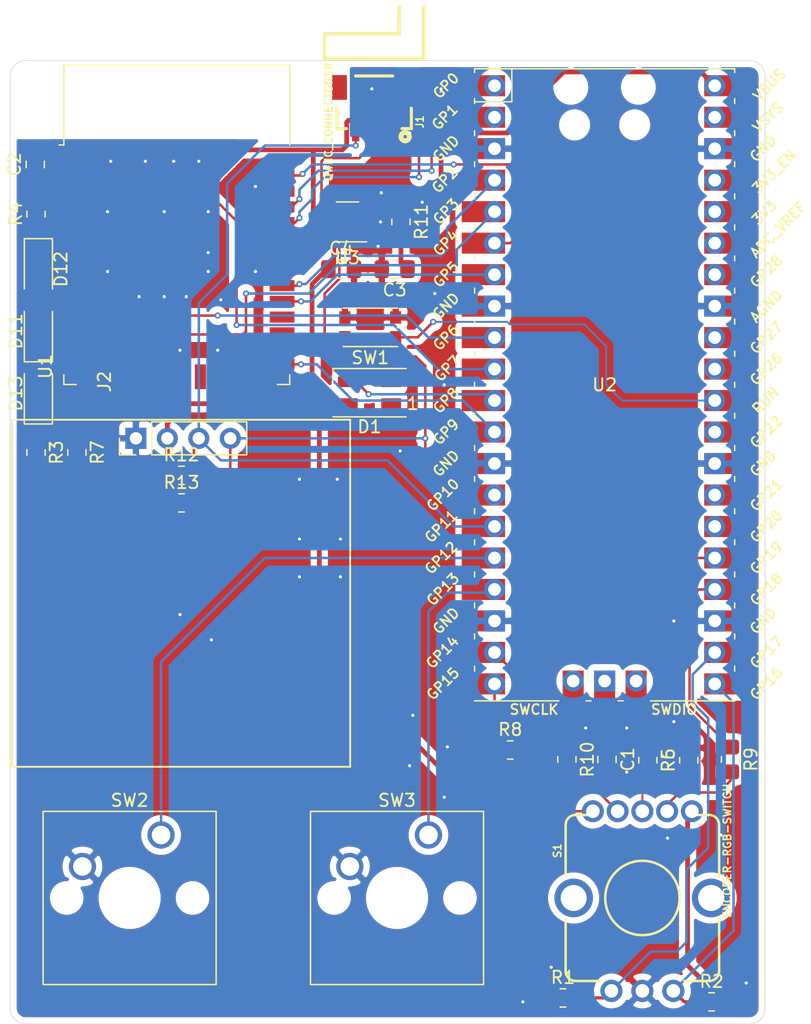
<source format=kicad_pcb>
(kicad_pcb (version 20171130) (host pcbnew "(5.1.10-1-10_14)")
  (layers (0 F.Cu signal) (31 B.Cu signal) (34 B.Paste user) (35 F.Paste user) (36 B.SilkS user) (37 F.SilkS user) (38 B.Mask user) (39 F.Mask user) (44 Edge.Cuts user))
  (net 0 "")
  (net 1 "Net-(U2-Pad29)")
  (net 2 "Net-(U2-Pad31)")
  (net 3 "Net-(U2-Pad32)")
  (net 4 "Net-(U2-Pad34)")
  (net 5 "Net-(U2-Pad35)")
  (net 6 "Net-(U2-Pad36)")
  (net 7 "Net-(U2-Pad37)")
  (net 8 "Net-(U2-Pad39)")
  (net 9 "Net-(U2-Pad41)")
  (net 10 "Net-(U2-Pad42)")
  (net 11 "Net-(U2-Pad43)")
  (net 12 GND)
  (net 13 /ENCODER_SW)
  (net 14 +3V3)
  (net 15 VBUS)
  (net 16 "Net-(D11-Pad1)")
  (net 17 /RED)
  (net 18 /GREEN)
  (net 19 "Net-(D12-Pad1)")
  (net 20 "Net-(D13-Pad1)")
  (net 21 /BLUE)
  (net 22 /SDA)
  (net 23 /SCL)
  (net 24 "Net-(R5-Pad1)")
  (net 25 "Net-(R8-Pad2)")
  (net 26 "Net-(R9-Pad2)")
  (net 27 "Net-(R10-Pad2)")
  (net 28 "Net-(R11-Pad1)")
  (net 29 /RESET)
  (net 30 /ESP_BUSY)
  (net 31 /ESP_MOSI)
  (net 32 /ESP_CS)
  (net 33 /ESP_SCK)
  (net 34 /ESP_MISO)
  (net 35 /BTN_RED)
  (net 36 /BTN_WHITE)
  (net 37 /ESP_RESET)
  (net 38 /NEOPIXEL)
  (net 39 /ENCODER_RED)
  (net 40 /ENCODER_BLUE)
  (net 41 /ENCODER_GREEN)
  (net 42 /ENCODER_A)
  (net 43 /ENCODER_B)
  (net 44 /ESP_GPIO0)
  (net 45 /ESP_RX)
  (net 46 /ESP_TX)
  (net 47 "Net-(U2-Pad26)")
  (net 48 "Net-(U2-Pad27)")
  (module Switches:ENCODER_LED_3 (layer F.Cu) (at 227.076 120.65)
    (fp_text reference S1 (at -6.858 -3.81 90) (layer F.SilkS) (effects (font (size 0.6096 0.6096) (thickness 0.127))))
    (fp_text value ENCODER-RGB-SWITCH (at 6.858 -3.81 90) (layer F.SilkS) (effects (font (size 0.6096 0.6096) (thickness 0.127))))
    (pad 1 thru_hole circle (at -3.99796 -6.9977) (size 1.778 1.778) (drill 1.09982) (layers *.Cu *.Mask) (net 25 "Net-(R8-Pad2)"))
    (pad 2 thru_hole circle (at -1.99898 -6.9977) (size 1.778 1.778) (drill 1.09982) (layers *.Cu *.Mask) (net 27 "Net-(R10-Pad2)"))
    (pad 3 thru_hole circle (at 0 -6.9977) (size 1.778 1.778) (drill 1.09982) (layers *.Cu *.Mask) (net 24 "Net-(R5-Pad1)"))
    (pad 4 thru_hole circle (at 1.99898 -6.9977) (size 1.778 1.778) (drill 1.09982) (layers *.Cu *.Mask) (net 26 "Net-(R9-Pad2)"))
    (pad 5 thru_hole circle (at 3.99796 -6.9977) (size 1.778 1.778) (drill 1.09982) (layers *.Cu *.Mask) (net 14 +3V3))
    (pad A thru_hole circle (at -2.49936 7.49808) (size 1.79832 1.79832) (drill 1.09982) (layers *.Cu *.Mask) (net 42 /ENCODER_A))
    (pad B thru_hole circle (at 2.49936 7.49808) (size 1.79832 1.79832) (drill 1.09982) (layers *.Cu *.Mask) (net 43 /ENCODER_B))
    (pad C thru_hole circle (at 0 7.49808) (size 1.79832 1.79832) (drill 1.09982) (layers *.Cu *.Mask) (net 12 GND))
    (pad M1 thru_hole circle (at -5.5499 0) (size 3.11404 3.11404) (drill 2.09804) (layers *.Cu *.Mask))
    (pad M2 thru_hole circle (at 5.5499 0) (size 3.11404 3.11404) (drill 2.09804) (layers *.Cu *.Mask))
  )
  (module RF_Module:ESP32-WROOM-32 (layer F.Cu) (at 189.484 69.342)
    (fp_text reference U1 (at -10.61 8.43 90) (layer F.SilkS))
    (fp_text value ESP32-WROOM-32D)
    (pad 39 smd rect (at -1 -0.755) (size 5 5) (layers F.Cu F.Paste F.Mask) (net 12 GND))
    (pad 1 smd rect (at -8.5 -8.255) (size 2 0.9) (layers F.Cu F.Paste F.Mask) (net 12 GND))
    (pad 2 smd rect (at -8.5 -6.985) (size 2 0.9) (layers F.Cu F.Paste F.Mask) (net 14 +3V3))
    (pad 3 smd rect (at -8.5 -5.715) (size 2 0.9) (layers F.Cu F.Paste F.Mask) (net 37 /ESP_RESET))
    (pad 4 smd rect (at -8.5 -4.445) (size 2 0.9) (layers F.Cu F.Paste F.Mask))
    (pad 5 smd rect (at -8.5 -3.175) (size 2 0.9) (layers F.Cu F.Paste F.Mask))
    (pad 6 smd rect (at -8.5 -1.905) (size 2 0.9) (layers F.Cu F.Paste F.Mask))
    (pad 7 smd rect (at -8.5 -0.635) (size 2 0.9) (layers F.Cu F.Paste F.Mask))
    (pad 8 smd rect (at -8.5 0.635) (size 2 0.9) (layers F.Cu F.Paste F.Mask))
    (pad 9 smd rect (at -8.5 1.905) (size 2 0.9) (layers F.Cu F.Paste F.Mask) (net 30 /ESP_BUSY))
    (pad 10 smd rect (at -8.5 3.175) (size 2 0.9) (layers F.Cu F.Paste F.Mask) (net 18 /GREEN))
    (pad 11 smd rect (at -8.5 4.445) (size 2 0.9) (layers F.Cu F.Paste F.Mask) (net 17 /RED))
    (pad 12 smd rect (at -8.5 5.715) (size 2 0.9) (layers F.Cu F.Paste F.Mask) (net 21 /BLUE))
    (pad 13 smd rect (at -8.5 6.985) (size 2 0.9) (layers F.Cu F.Paste F.Mask) (net 31 /ESP_MOSI))
    (pad 14 smd rect (at -8.5 8.255) (size 2 0.9) (layers F.Cu F.Paste F.Mask))
    (pad 15 smd rect (at -5.715 9.255 90) (size 2 0.9) (layers F.Cu F.Paste F.Mask) (net 12 GND))
    (pad 16 smd rect (at -4.445 9.255 90) (size 2 0.9) (layers F.Cu F.Paste F.Mask))
    (pad 17 smd rect (at -3.175 9.255 90) (size 2 0.9) (layers F.Cu F.Paste F.Mask))
    (pad 18 smd rect (at -1.905 9.255 90) (size 2 0.9) (layers F.Cu F.Paste F.Mask))
    (pad 19 smd rect (at -0.635 9.255 90) (size 2 0.9) (layers F.Cu F.Paste F.Mask))
    (pad 20 smd rect (at 0.635 9.255 90) (size 2 0.9) (layers F.Cu F.Paste F.Mask))
    (pad 21 smd rect (at 1.905 9.255 90) (size 2 0.9) (layers F.Cu F.Paste F.Mask))
    (pad 22 smd rect (at 3.175 9.255 90) (size 2 0.9) (layers F.Cu F.Paste F.Mask))
    (pad 23 smd rect (at 4.445 9.255 90) (size 2 0.9) (layers F.Cu F.Paste F.Mask))
    (pad 24 smd rect (at 5.715 9.255 90) (size 2 0.9) (layers F.Cu F.Paste F.Mask))
    (pad 25 smd rect (at 8.5 8.255) (size 2 0.9) (layers F.Cu F.Paste F.Mask) (net 44 /ESP_GPIO0))
    (pad 26 smd rect (at 8.5 6.985) (size 2 0.9) (layers F.Cu F.Paste F.Mask))
    (pad 27 smd rect (at 8.5 5.715) (size 2 0.9) (layers F.Cu F.Paste F.Mask))
    (pad 28 smd rect (at 8.5 4.445) (size 2 0.9) (layers F.Cu F.Paste F.Mask))
    (pad 29 smd rect (at 8.5 3.175) (size 2 0.9) (layers F.Cu F.Paste F.Mask) (net 32 /ESP_CS))
    (pad 30 smd rect (at 8.5 1.905) (size 2 0.9) (layers F.Cu F.Paste F.Mask) (net 33 /ESP_SCK))
    (pad 31 smd rect (at 8.5 0.635) (size 2 0.9) (layers F.Cu F.Paste F.Mask))
    (pad 32 smd rect (at 8.5 -0.635) (size 2 0.9) (layers F.Cu F.Paste F.Mask))
    (pad 33 smd rect (at 8.5 -1.905) (size 2 0.9) (layers F.Cu F.Paste F.Mask))
    (pad 34 smd rect (at 8.5 -3.175) (size 2 0.9) (layers F.Cu F.Paste F.Mask) (net 45 /ESP_RX))
    (pad 35 smd rect (at 8.5 -4.445) (size 2 0.9) (layers F.Cu F.Paste F.Mask) (net 46 /ESP_TX))
    (pad 36 smd rect (at 8.5 -5.715) (size 2 0.9) (layers F.Cu F.Paste F.Mask))
    (pad 37 smd rect (at 8.5 -6.985) (size 2 0.9) (layers F.Cu F.Paste F.Mask) (net 34 /ESP_MISO))
    (pad 38 smd rect (at 8.5 -8.255) (size 2 0.9) (layers F.Cu F.Paste F.Mask) (net 12 GND))
  )
  (module MCU_RaspberryPi_and_Boards:RPi_Pico_SMD_TH (layer F.Cu) (at 224.028 79.248)
    (fp_text reference U2 (at 0 0) (layer F.SilkS))
    (fp_text value Pico)
    (fp_text user GP1 (at -12.9 -21.6 45) (layer F.SilkS) (effects (font (size 0.8 0.8))))
    (fp_text user GP2 (at -12.9 -16.51 45) (layer F.SilkS) (effects (font (size 0.8 0.8))))
    (fp_text user GP0 (at -12.8 -24.13 45) (layer F.SilkS) (effects (font (size 0.8 0.8))))
    (fp_text user GP3 (at -12.8 -13.97 45) (layer F.SilkS) (effects (font (size 0.8 0.8))))
    (fp_text user GP4 (at -12.8 -11.43 45) (layer F.SilkS) (effects (font (size 0.8 0.8))))
    (fp_text user GP5 (at -12.8 -8.89 45) (layer F.SilkS) (effects (font (size 0.8 0.8))))
    (fp_text user GP6 (at -12.8 -3.81 45) (layer F.SilkS) (effects (font (size 0.8 0.8))))
    (fp_text user GP7 (at -12.7 -1.3 45) (layer F.SilkS) (effects (font (size 0.8 0.8))))
    (fp_text user GP8 (at -12.8 1.27 45) (layer F.SilkS) (effects (font (size 0.8 0.8))))
    (fp_text user GP9 (at -12.8 3.81 45) (layer F.SilkS) (effects (font (size 0.8 0.8))))
    (fp_text user GP10 (at -13.054 8.89 45) (layer F.SilkS) (effects (font (size 0.8 0.8))))
    (fp_text user GP11 (at -13.2 11.43 45) (layer F.SilkS) (effects (font (size 0.8 0.8))))
    (fp_text user GP12 (at -13.2 13.97 45) (layer F.SilkS) (effects (font (size 0.8 0.8))))
    (fp_text user GP13 (at -13.054 16.51 45) (layer F.SilkS) (effects (font (size 0.8 0.8))))
    (fp_text user GP14 (at -13.1 21.59 45) (layer F.SilkS) (effects (font (size 0.8 0.8))))
    (fp_text user GP15 (at -13.054 24.13 45) (layer F.SilkS) (effects (font (size 0.8 0.8))))
    (fp_text user GP16 (at 13.054 24.13 45) (layer F.SilkS) (effects (font (size 0.8 0.8))))
    (fp_text user GP17 (at 13.054 21.59 45) (layer F.SilkS) (effects (font (size 0.8 0.8))))
    (fp_text user GP18 (at 13.054 16.51 45) (layer F.SilkS) (effects (font (size 0.8 0.8))))
    (fp_text user GP19 (at 13.054 13.97 45) (layer F.SilkS) (effects (font (size 0.8 0.8))))
    (fp_text user GP20 (at 13.054 11.43 45) (layer F.SilkS) (effects (font (size 0.8 0.8))))
    (fp_text user GP21 (at 13.054 8.9 45) (layer F.SilkS) (effects (font (size 0.8 0.8))))
    (fp_text user GP22 (at 13.054 3.81 45) (layer F.SilkS) (effects (font (size 0.8 0.8))))
    (fp_text user RUN (at 13 1.27 45) (layer F.SilkS) (effects (font (size 0.8 0.8))))
    (fp_text user GP26 (at 13.054 -1.27 45) (layer F.SilkS) (effects (font (size 0.8 0.8))))
    (fp_text user GP27 (at 13.054 -3.8 45) (layer F.SilkS) (effects (font (size 0.8 0.8))))
    (fp_text user GP28 (at 13.054 -9.144 45) (layer F.SilkS) (effects (font (size 0.8 0.8))))
    (fp_text user ADC_VREF (at 14 -12.5 45) (layer F.SilkS) (effects (font (size 0.8 0.8))))
    (fp_text user 3V3 (at 12.9 -13.9 45) (layer F.SilkS) (effects (font (size 0.8 0.8))))
    (fp_text user 3V3_EN (at 13.7 -17.2 45) (layer F.SilkS) (effects (font (size 0.8 0.8))))
    (fp_text user VSYS (at 13.2 -21.59 45) (layer F.SilkS) (effects (font (size 0.8 0.8))))
    (fp_text user VBUS (at 13.3 -24.2 45) (layer F.SilkS) (effects (font (size 0.8 0.8))))
    (fp_text user GND (at -12.8 -19.05 45) (layer F.SilkS) (effects (font (size 0.8 0.8))))
    (fp_text user GND (at -12.8 -6.35 45) (layer F.SilkS) (effects (font (size 0.8 0.8))))
    (fp_text user GND (at -12.8 6.35 45) (layer F.SilkS) (effects (font (size 0.8 0.8))))
    (fp_text user GND (at -12.8 19.05 45) (layer F.SilkS) (effects (font (size 0.8 0.8))))
    (fp_text user GND (at 12.8 19.05 45) (layer F.SilkS) (effects (font (size 0.8 0.8))))
    (fp_text user GND (at 12.8 6.35 45) (layer F.SilkS) (effects (font (size 0.8 0.8))))
    (fp_text user GND (at 12.8 -19.05 45) (layer F.SilkS) (effects (font (size 0.8 0.8))))
    (fp_text user AGND (at 13.054 -6.35 45) (layer F.SilkS) (effects (font (size 0.8 0.8))))
    (fp_text user SWCLK (at -5.7 26.2) (layer F.SilkS) (effects (font (size 0.8 0.8))))
    (fp_text user SWDIO (at 5.6 26.2) (layer F.SilkS) (effects (font (size 0.8 0.8))))
    (pad 1 thru_hole oval (at -8.89 -24.13) (size 1.7 1.7) (drill 1.02) (layers *.Cu *.Mask) (net 45 /ESP_RX))
    (pad 2 thru_hole oval (at -8.89 -21.59) (size 1.7 1.7) (drill 1.02) (layers *.Cu *.Mask) (net 46 /ESP_TX))
    (pad 3 thru_hole rect (at -8.89 -19.05) (size 1.7 1.7) (drill 1.02) (layers *.Cu *.Mask) (net 12 GND))
    (pad 4 thru_hole oval (at -8.89 -16.51) (size 1.7 1.7) (drill 1.02) (layers *.Cu *.Mask) (net 33 /ESP_SCK))
    (pad 5 thru_hole oval (at -8.89 -13.97) (size 1.7 1.7) (drill 1.02) (layers *.Cu *.Mask) (net 31 /ESP_MOSI))
    (pad 6 thru_hole oval (at -8.89 -11.43) (size 1.7 1.7) (drill 1.02) (layers *.Cu *.Mask) (net 34 /ESP_MISO))
    (pad 7 thru_hole oval (at -8.89 -8.89) (size 1.7 1.7) (drill 1.02) (layers *.Cu *.Mask) (net 32 /ESP_CS))
    (pad 8 thru_hole rect (at -8.89 -6.35) (size 1.7 1.7) (drill 1.02) (layers *.Cu *.Mask) (net 12 GND))
    (pad 9 thru_hole oval (at -8.89 -3.81) (size 1.7 1.7) (drill 1.02) (layers *.Cu *.Mask) (net 30 /ESP_BUSY))
    (pad 10 thru_hole oval (at -8.89 -1.27) (size 1.7 1.7) (drill 1.02) (layers *.Cu *.Mask) (net 37 /ESP_RESET))
    (pad 11 thru_hole oval (at -8.89 1.27) (size 1.7 1.7) (drill 1.02) (layers *.Cu *.Mask) (net 38 /NEOPIXEL))
    (pad 12 thru_hole oval (at -8.89 3.81) (size 1.7 1.7) (drill 1.02) (layers *.Cu *.Mask) (net 44 /ESP_GPIO0))
    (pad 13 thru_hole rect (at -8.89 6.35) (size 1.7 1.7) (drill 1.02) (layers *.Cu *.Mask) (net 12 GND))
    (pad 14 thru_hole oval (at -8.89 8.89) (size 1.7 1.7) (drill 1.02) (layers *.Cu *.Mask) (net 22 /SDA))
    (pad 15 thru_hole oval (at -8.89 11.43) (size 1.7 1.7) (drill 1.02) (layers *.Cu *.Mask) (net 23 /SCL))
    (pad 16 thru_hole oval (at -8.89 13.97) (size 1.7 1.7) (drill 1.02) (layers *.Cu *.Mask) (net 35 /BTN_RED))
    (pad 17 thru_hole oval (at -8.89 16.51) (size 1.7 1.7) (drill 1.02) (layers *.Cu *.Mask) (net 36 /BTN_WHITE))
    (pad 18 thru_hole rect (at -8.89 19.05) (size 1.7 1.7) (drill 1.02) (layers *.Cu *.Mask) (net 12 GND))
    (pad 19 thru_hole oval (at -8.89 21.59) (size 1.7 1.7) (drill 1.02) (layers *.Cu *.Mask) (net 41 /ENCODER_GREEN))
    (pad 20 thru_hole oval (at -8.89 24.13) (size 1.7 1.7) (drill 1.02) (layers *.Cu *.Mask) (net 39 /ENCODER_RED))
    (pad 21 thru_hole oval (at 8.89 24.13) (size 1.7 1.7) (drill 1.02) (layers *.Cu *.Mask) (net 43 /ENCODER_B))
    (pad 22 thru_hole oval (at 8.89 21.59) (size 1.7 1.7) (drill 1.02) (layers *.Cu *.Mask) (net 42 /ENCODER_A))
    (pad 23 thru_hole rect (at 8.89 19.05) (size 1.7 1.7) (drill 1.02) (layers *.Cu *.Mask) (net 12 GND))
    (pad 24 thru_hole oval (at 8.89 16.51) (size 1.7 1.7) (drill 1.02) (layers *.Cu *.Mask) (net 40 /ENCODER_BLUE))
    (pad 25 thru_hole oval (at 8.89 13.97) (size 1.7 1.7) (drill 1.02) (layers *.Cu *.Mask) (net 13 /ENCODER_SW))
    (pad 26 thru_hole oval (at 8.89 11.43) (size 1.7 1.7) (drill 1.02) (layers *.Cu *.Mask) (net 47 "Net-(U2-Pad26)"))
    (pad 27 thru_hole oval (at 8.89 8.89) (size 1.7 1.7) (drill 1.02) (layers *.Cu *.Mask) (net 48 "Net-(U2-Pad27)"))
    (pad 28 thru_hole rect (at 8.89 6.35) (size 1.7 1.7) (drill 1.02) (layers *.Cu *.Mask) (net 12 GND))
    (pad 29 thru_hole oval (at 8.89 3.81) (size 1.7 1.7) (drill 1.02) (layers *.Cu *.Mask) (net 1 "Net-(U2-Pad29)"))
    (pad 30 thru_hole oval (at 8.89 1.27) (size 1.7 1.7) (drill 1.02) (layers *.Cu *.Mask) (net 29 /RESET))
    (pad 31 thru_hole oval (at 8.89 -1.27) (size 1.7 1.7) (drill 1.02) (layers *.Cu *.Mask) (net 2 "Net-(U2-Pad31)"))
    (pad 32 thru_hole oval (at 8.89 -3.81) (size 1.7 1.7) (drill 1.02) (layers *.Cu *.Mask) (net 3 "Net-(U2-Pad32)"))
    (pad 33 thru_hole rect (at 8.89 -6.35) (size 1.7 1.7) (drill 1.02) (layers *.Cu *.Mask) (net 12 GND))
    (pad 34 thru_hole oval (at 8.89 -8.89) (size 1.7 1.7) (drill 1.02) (layers *.Cu *.Mask) (net 4 "Net-(U2-Pad34)"))
    (pad 35 thru_hole oval (at 8.89 -11.43) (size 1.7 1.7) (drill 1.02) (layers *.Cu *.Mask) (net 5 "Net-(U2-Pad35)"))
    (pad 36 thru_hole oval (at 8.89 -13.97) (size 1.7 1.7) (drill 1.02) (layers *.Cu *.Mask) (net 6 "Net-(U2-Pad36)"))
    (pad 37 thru_hole oval (at 8.89 -16.51) (size 1.7 1.7) (drill 1.02) (layers *.Cu *.Mask) (net 7 "Net-(U2-Pad37)"))
    (pad 38 thru_hole rect (at 8.89 -19.05) (size 1.7 1.7) (drill 1.02) (layers *.Cu *.Mask) (net 12 GND))
    (pad 39 thru_hole oval (at 8.89 -21.59) (size 1.7 1.7) (drill 1.02) (layers *.Cu *.Mask) (net 8 "Net-(U2-Pad39)"))
    (pad 40 thru_hole oval (at 8.89 -24.13) (size 1.7 1.7) (drill 1.02) (layers *.Cu *.Mask) (net 15 VBUS))
    (pad 1 smd rect (at -8.89 -24.13) (size 3.5 1.7) (drill (offset -0.9 0)) (layers F.Cu F.Mask) (net 45 /ESP_RX))
    (pad 2 smd rect (at -8.89 -21.59) (size 3.5 1.7) (drill (offset -0.9 0)) (layers F.Cu F.Mask) (net 46 /ESP_TX))
    (pad 3 smd rect (at -8.89 -19.05) (size 3.5 1.7) (drill (offset -0.9 0)) (layers F.Cu F.Mask) (net 12 GND))
    (pad 4 smd rect (at -8.89 -16.51) (size 3.5 1.7) (drill (offset -0.9 0)) (layers F.Cu F.Mask) (net 33 /ESP_SCK))
    (pad 5 smd rect (at -8.89 -13.97) (size 3.5 1.7) (drill (offset -0.9 0)) (layers F.Cu F.Mask) (net 31 /ESP_MOSI))
    (pad 6 smd rect (at -8.89 -11.43) (size 3.5 1.7) (drill (offset -0.9 0)) (layers F.Cu F.Mask) (net 34 /ESP_MISO))
    (pad 7 smd rect (at -8.89 -8.89) (size 3.5 1.7) (drill (offset -0.9 0)) (layers F.Cu F.Mask) (net 32 /ESP_CS))
    (pad 8 smd rect (at -8.89 -6.35) (size 3.5 1.7) (drill (offset -0.9 0)) (layers F.Cu F.Mask) (net 12 GND))
    (pad 9 smd rect (at -8.89 -3.81) (size 3.5 1.7) (drill (offset -0.9 0)) (layers F.Cu F.Mask) (net 30 /ESP_BUSY))
    (pad 10 smd rect (at -8.89 -1.27) (size 3.5 1.7) (drill (offset -0.9 0)) (layers F.Cu F.Mask) (net 37 /ESP_RESET))
    (pad 11 smd rect (at -8.89 1.27) (size 3.5 1.7) (drill (offset -0.9 0)) (layers F.Cu F.Mask) (net 38 /NEOPIXEL))
    (pad 12 smd rect (at -8.89 3.81) (size 3.5 1.7) (drill (offset -0.9 0)) (layers F.Cu F.Mask) (net 44 /ESP_GPIO0))
    (pad 13 smd rect (at -8.89 6.35) (size 3.5 1.7) (drill (offset -0.9 0)) (layers F.Cu F.Mask) (net 12 GND))
    (pad 14 smd rect (at -8.89 8.89) (size 3.5 1.7) (drill (offset -0.9 0)) (layers F.Cu F.Mask) (net 22 /SDA))
    (pad 15 smd rect (at -8.89 11.43) (size 3.5 1.7) (drill (offset -0.9 0)) (layers F.Cu F.Mask) (net 23 /SCL))
    (pad 16 smd rect (at -8.89 13.97) (size 3.5 1.7) (drill (offset -0.9 0)) (layers F.Cu F.Mask) (net 35 /BTN_RED))
    (pad 17 smd rect (at -8.89 16.51) (size 3.5 1.7) (drill (offset -0.9 0)) (layers F.Cu F.Mask) (net 36 /BTN_WHITE))
    (pad 18 smd rect (at -8.89 19.05) (size 3.5 1.7) (drill (offset -0.9 0)) (layers F.Cu F.Mask) (net 12 GND))
    (pad 19 smd rect (at -8.89 21.59) (size 3.5 1.7) (drill (offset -0.9 0)) (layers F.Cu F.Mask) (net 41 /ENCODER_GREEN))
    (pad 20 smd rect (at -8.89 24.13) (size 3.5 1.7) (drill (offset -0.9 0)) (layers F.Cu F.Mask) (net 39 /ENCODER_RED))
    (pad 40 smd rect (at 8.89 -24.13) (size 3.5 1.7) (drill (offset 0.9 0)) (layers F.Cu F.Mask) (net 15 VBUS))
    (pad 39 smd rect (at 8.89 -21.59) (size 3.5 1.7) (drill (offset 0.9 0)) (layers F.Cu F.Mask) (net 8 "Net-(U2-Pad39)"))
    (pad 38 smd rect (at 8.89 -19.05) (size 3.5 1.7) (drill (offset 0.9 0)) (layers F.Cu F.Mask) (net 12 GND))
    (pad 37 smd rect (at 8.89 -16.51) (size 3.5 1.7) (drill (offset 0.9 0)) (layers F.Cu F.Mask) (net 7 "Net-(U2-Pad37)"))
    (pad 36 smd rect (at 8.89 -13.97) (size 3.5 1.7) (drill (offset 0.9 0)) (layers F.Cu F.Mask) (net 6 "Net-(U2-Pad36)"))
    (pad 35 smd rect (at 8.89 -11.43) (size 3.5 1.7) (drill (offset 0.9 0)) (layers F.Cu F.Mask) (net 5 "Net-(U2-Pad35)"))
    (pad 34 smd rect (at 8.89 -8.89) (size 3.5 1.7) (drill (offset 0.9 0)) (layers F.Cu F.Mask) (net 4 "Net-(U2-Pad34)"))
    (pad 33 smd rect (at 8.89 -6.35) (size 3.5 1.7) (drill (offset 0.9 0)) (layers F.Cu F.Mask) (net 12 GND))
    (pad 32 smd rect (at 8.89 -3.81) (size 3.5 1.7) (drill (offset 0.9 0)) (layers F.Cu F.Mask) (net 3 "Net-(U2-Pad32)"))
    (pad 31 smd rect (at 8.89 -1.27) (size 3.5 1.7) (drill (offset 0.9 0)) (layers F.Cu F.Mask) (net 2 "Net-(U2-Pad31)"))
    (pad 30 smd rect (at 8.89 1.27) (size 3.5 1.7) (drill (offset 0.9 0)) (layers F.Cu F.Mask) (net 29 /RESET))
    (pad 29 smd rect (at 8.89 3.81) (size 3.5 1.7) (drill (offset 0.9 0)) (layers F.Cu F.Mask) (net 1 "Net-(U2-Pad29)"))
    (pad 28 smd rect (at 8.89 6.35) (size 3.5 1.7) (drill (offset 0.9 0)) (layers F.Cu F.Mask) (net 12 GND))
    (pad 27 smd rect (at 8.89 8.89) (size 3.5 1.7) (drill (offset 0.9 0)) (layers F.Cu F.Mask) (net 48 "Net-(U2-Pad27)"))
    (pad 26 smd rect (at 8.89 11.43) (size 3.5 1.7) (drill (offset 0.9 0)) (layers F.Cu F.Mask) (net 47 "Net-(U2-Pad26)"))
    (pad 25 smd rect (at 8.89 13.97) (size 3.5 1.7) (drill (offset 0.9 0)) (layers F.Cu F.Mask) (net 13 /ENCODER_SW))
    (pad 24 smd rect (at 8.89 16.51) (size 3.5 1.7) (drill (offset 0.9 0)) (layers F.Cu F.Mask) (net 40 /ENCODER_BLUE))
    (pad 23 smd rect (at 8.89 19.05) (size 3.5 1.7) (drill (offset 0.9 0)) (layers F.Cu F.Mask) (net 12 GND))
    (pad 22 smd rect (at 8.89 21.59) (size 3.5 1.7) (drill (offset 0.9 0)) (layers F.Cu F.Mask) (net 42 /ENCODER_A))
    (pad 21 smd rect (at 8.89 24.13) (size 3.5 1.7) (drill (offset 0.9 0)) (layers F.Cu F.Mask) (net 43 /ENCODER_B))
    (pad "" np_thru_hole oval (at -2.725 -24) (size 1.8 1.8) (drill 1.8) (layers *.Cu *.Mask))
    (pad "" np_thru_hole oval (at 2.725 -24) (size 1.8 1.8) (drill 1.8) (layers *.Cu *.Mask))
    (pad "" np_thru_hole oval (at -2.425 -20.97) (size 1.5 1.5) (drill 1.5) (layers *.Cu *.Mask))
    (pad "" np_thru_hole oval (at 2.425 -20.97) (size 1.5 1.5) (drill 1.5) (layers *.Cu *.Mask))
    (pad 41 smd rect (at -2.54 23.9 90) (size 3.5 1.7) (drill (offset -0.9 0)) (layers F.Cu F.Mask) (net 9 "Net-(U2-Pad41)"))
    (pad 41 thru_hole oval (at -2.54 23.9) (size 1.7 1.7) (drill 1.02) (layers *.Cu *.Mask) (net 9 "Net-(U2-Pad41)"))
    (pad 42 smd rect (at 0 23.9 90) (size 3.5 1.7) (drill (offset -0.9 0)) (layers F.Cu F.Mask) (net 10 "Net-(U2-Pad42)"))
    (pad 42 thru_hole rect (at 0 23.9) (size 1.7 1.7) (drill 1.02) (layers *.Cu *.Mask) (net 10 "Net-(U2-Pad42)"))
    (pad 43 smd rect (at 2.54 23.9 90) (size 3.5 1.7) (drill (offset -0.9 0)) (layers F.Cu F.Mask) (net 11 "Net-(U2-Pad43)"))
    (pad 43 thru_hole oval (at 2.54 23.9) (size 1.7 1.7) (drill 1.02) (layers *.Cu *.Mask) (net 11 "Net-(U2-Pad43)"))
  )
  (module Capacitor_SMD:C_0805_2012Metric_Pad1.18x1.45mm_HandSolder (layer F.Cu) (at 224.2185 109.474 270)
    (fp_text reference C1 (at 0 -1.68 90) (layer F.SilkS))
    (fp_text value 0.1uF)
    (pad 2 smd roundrect (at 1.0375 0 270) (size 1.175 1.45) (layers F.Cu F.Paste F.Mask) (roundrect_rratio 0.212766) (net 12 GND))
    (pad 1 smd roundrect (at -1.0375 0 270) (size 1.175 1.45) (layers F.Cu F.Paste F.Mask) (roundrect_rratio 0.212766) (net 13 /ENCODER_SW))
  )
  (module Capacitor_SMD:C_0805_2012Metric_Pad1.18x1.45mm_HandSolder (layer F.Cu) (at 178.054 61.468 90)
    (fp_text reference C2 (at 0 -1.68 90) (layer F.SilkS))
    (fp_text value 10uF)
    (pad 1 smd roundrect (at -1.0375 0 90) (size 1.175 1.45) (layers F.Cu F.Paste F.Mask) (roundrect_rratio 0.212766) (net 14 +3V3))
    (pad 2 smd roundrect (at 1.0375 0 90) (size 1.175 1.45) (layers F.Cu F.Paste F.Mask) (roundrect_rratio 0.212766) (net 12 GND))
  )
  (module Capacitor_SMD:C_0805_2012Metric_Pad1.18x1.45mm_HandSolder (layer F.Cu) (at 207.0735 69.9135 180)
    (fp_text reference C3 (at 0 -1.68) (layer F.SilkS))
    (fp_text value 10uF)
    (pad 2 smd roundrect (at 1.0375 0 180) (size 1.175 1.45) (layers F.Cu F.Paste F.Mask) (roundrect_rratio 0.212766) (net 12 GND))
    (pad 1 smd roundrect (at -1.0375 0 180) (size 1.175 1.45) (layers F.Cu F.Paste F.Mask) (roundrect_rratio 0.212766) (net 15 VBUS))
  )
  (module Capacitor_SMD:C_0805_2012Metric_Pad1.18x1.45mm_HandSolder (layer F.Cu) (at 202.7555 69.9135)
    (fp_text reference C4 (at 0 -1.68) (layer F.SilkS))
    (fp_text value 10uF)
    (pad 1 smd roundrect (at -1.0375 0) (size 1.175 1.45) (layers F.Cu F.Paste F.Mask) (roundrect_rratio 0.212766) (net 14 +3V3))
    (pad 2 smd roundrect (at 1.0375 0) (size 1.175 1.45) (layers F.Cu F.Paste F.Mask) (roundrect_rratio 0.212766) (net 12 GND))
  )
  (module LED_SMD:LED_SK6812MINI_PLCC4_3.5x3.5mm_P1.75mm (layer F.Cu) (at 205.0415 79.883 180)
    (fp_text reference D1 (at 0 -2.75) (layer F.SilkS))
    (fp_text value SK6812MINI)
    (fp_text user 1 (at -3.5 -0.875) (layer F.SilkS))
    (pad 1 smd rect (at -1.75 -0.875 180) (size 1.6 0.85) (layers F.Cu F.Paste F.Mask))
    (pad 2 smd rect (at -1.75 0.875 180) (size 1.6 0.85) (layers F.Cu F.Paste F.Mask) (net 12 GND))
    (pad 4 smd rect (at 1.75 -0.875 180) (size 1.6 0.85) (layers F.Cu F.Paste F.Mask) (net 14 +3V3))
    (pad 3 smd rect (at 1.75 0.875 180) (size 1.6 0.85) (layers F.Cu F.Paste F.Mask) (net 38 /NEOPIXEL))
  )
  (module LED_SMD:LED_1206_3216Metric_Pad1.42x1.75mm_HandSolder (layer F.Cu) (at 178.308 74.93 90)
    (fp_text reference D11 (at 0 -1.82 90) (layer F.SilkS))
    (fp_text value RED)
    (pad 1 smd roundrect (at -1.4875 0 90) (size 1.425 1.75) (layers F.Cu F.Paste F.Mask) (roundrect_rratio 0.175439) (net 16 "Net-(D11-Pad1)"))
    (pad 2 smd roundrect (at 1.4875 0 90) (size 1.425 1.75) (layers F.Cu F.Paste F.Mask) (roundrect_rratio 0.175439) (net 17 /RED))
  )
  (module LED_SMD:LED_1206_3216Metric_Pad1.42x1.75mm_HandSolder (layer F.Cu) (at 178.308 69.9135 270)
    (fp_text reference D12 (at 0 -1.82 90) (layer F.SilkS))
    (fp_text value GREEN)
    (pad 2 smd roundrect (at 1.4875 0 270) (size 1.425 1.75) (layers F.Cu F.Paste F.Mask) (roundrect_rratio 0.175439) (net 18 /GREEN))
    (pad 1 smd roundrect (at -1.4875 0 270) (size 1.425 1.75) (layers F.Cu F.Paste F.Mask) (roundrect_rratio 0.175439) (net 19 "Net-(D12-Pad1)"))
  )
  (module LED_SMD:LED_1206_3216Metric_Pad1.42x1.75mm_HandSolder (layer F.Cu) (at 178.308 79.9465 90)
    (fp_text reference D13 (at 0 -1.82 90) (layer F.SilkS))
    (fp_text value BLUE)
    (pad 1 smd roundrect (at -1.4875 0 90) (size 1.425 1.75) (layers F.Cu F.Paste F.Mask) (roundrect_rratio 0.175439) (net 20 "Net-(D13-Pad1)"))
    (pad 2 smd roundrect (at 1.4875 0 90) (size 1.425 1.75) (layers F.Cu F.Paste F.Mask) (roundrect_rratio 0.175439) (net 21 /BLUE))
  )
  (module Connectors_sparkfun:1X04_1MM_RA_STRESSRELIEF (layer F.Cu) (at 205.4225 58.928 180)
    (fp_text reference J1 (at -3.683 0.889 90) (layer F.SilkS) (effects (font (size 0.6096 0.6096) (thickness 0.127))))
    (fp_text value QWIIC_CONNECTORSR (at 3.683 0.889 90) (layer F.SilkS) (effects (font (size 0.6096 0.6096) (thickness 0.127))))
    (pad 1 smd rect (at -1.4986 0 180) (size 0.59944 1.34874) (layers F.Cu F.Paste F.Mask) (net 12 GND))
    (pad 2 smd rect (at -0.49784 0 180) (size 0.59944 1.34874) (layers F.Cu F.Paste F.Mask) (net 14 +3V3))
    (pad 3 smd rect (at 0.49784 0 180) (size 0.59944 1.34874) (layers F.Cu F.Paste F.Mask) (net 22 /SDA))
    (pad 4 smd rect (at 1.4986 0 180) (size 0.59944 1.34874) (layers F.Cu F.Paste F.Mask) (net 23 /SCL))
    (pad NC1 smd rect (at 2.79908 3.67284 180) (size 1.19888 1.99898) (layers F.Cu F.Paste F.Mask))
    (pad NC2 smd rect (at -2.79908 3.67284 180) (size 1.19888 1.99898) (layers F.Cu F.Paste F.Mask))
  )
  (module Resistor_SMD:R_0805_2012Metric_Pad1.20x1.40mm_HandSolder (layer F.Cu) (at 220.6625 128.7145)
    (fp_text reference R1 (at 0 -1.65) (layer F.SilkS))
    (fp_text value 10k)
    (pad 1 smd roundrect (at -1 0) (size 1.2 1.4) (layers F.Cu F.Paste F.Mask) (roundrect_rratio 0.208333) (net 14 +3V3))
    (pad 2 smd roundrect (at 1 0) (size 1.2 1.4) (layers F.Cu F.Paste F.Mask) (roundrect_rratio 0.208333) (net 42 /ENCODER_A))
  )
  (module Resistor_SMD:R_0805_2012Metric_Pad1.20x1.40mm_HandSolder (layer F.Cu) (at 232.664 129.032)
    (fp_text reference R2 (at 0 -1.65) (layer F.SilkS))
    (fp_text value 10k)
    (pad 2 smd roundrect (at 1 0) (size 1.2 1.4) (layers F.Cu F.Paste F.Mask) (roundrect_rratio 0.208333) (net 14 +3V3))
    (pad 1 smd roundrect (at -1 0) (size 1.2 1.4) (layers F.Cu F.Paste F.Mask) (roundrect_rratio 0.208333) (net 43 /ENCODER_B))
  )
  (module Resistor_SMD:R_0805_2012Metric_Pad1.20x1.40mm_HandSolder (layer F.Cu) (at 178.1175 84.709 270)
    (fp_text reference R3 (at 0 -1.65 90) (layer F.SilkS))
    (fp_text value 10k)
    (pad 2 smd roundrect (at 1 0 270) (size 1.2 1.4) (layers F.Cu F.Paste F.Mask) (roundrect_rratio 0.208333) (net 12 GND))
    (pad 1 smd roundrect (at -1 0 270) (size 1.2 1.4) (layers F.Cu F.Paste F.Mask) (roundrect_rratio 0.208333) (net 16 "Net-(D11-Pad1)"))
  )
  (module Resistor_SMD:R_0805_2012Metric_Pad1.20x1.40mm_HandSolder (layer F.Cu) (at 178.1175 65.4685 90)
    (fp_text reference R4 (at 0 -1.65 90) (layer F.SilkS))
    (fp_text value 10k)
    (pad 1 smd roundrect (at -1 0 90) (size 1.2 1.4) (layers F.Cu F.Paste F.Mask) (roundrect_rratio 0.208333) (net 19 "Net-(D12-Pad1)"))
    (pad 2 smd roundrect (at 1 0 90) (size 1.2 1.4) (layers F.Cu F.Paste F.Mask) (roundrect_rratio 0.208333) (net 12 GND))
  )
  (module Resistor_SMD:R_0805_2012Metric_Pad1.20x1.40mm_HandSolder (layer F.Cu) (at 230.8225 109.5375 90)
    (fp_text reference R5 (at 0 -1.65 90) (layer F.SilkS))
    (fp_text value 10k)
    (pad 1 smd roundrect (at -1 0 90) (size 1.2 1.4) (layers F.Cu F.Paste F.Mask) (roundrect_rratio 0.208333) (net 24 "Net-(R5-Pad1)"))
    (pad 2 smd roundrect (at 1 0 90) (size 1.2 1.4) (layers F.Cu F.Paste F.Mask) (roundrect_rratio 0.208333) (net 12 GND))
  )
  (module Resistor_SMD:R_0805_2012Metric_Pad1.20x1.40mm_HandSolder (layer F.Cu) (at 227.5205 109.5375 270)
    (fp_text reference R6 (at 0 -1.65 90) (layer F.SilkS))
    (fp_text value 1k)
    (pad 2 smd roundrect (at 1 0 270) (size 1.2 1.4) (layers F.Cu F.Paste F.Mask) (roundrect_rratio 0.208333) (net 24 "Net-(R5-Pad1)"))
    (pad 1 smd roundrect (at -1 0 270) (size 1.2 1.4) (layers F.Cu F.Paste F.Mask) (roundrect_rratio 0.208333) (net 13 /ENCODER_SW))
  )
  (module Resistor_SMD:R_0805_2012Metric_Pad1.20x1.40mm_HandSolder (layer F.Cu) (at 181.4195 84.709 270)
    (fp_text reference R7 (at 0 -1.65 90) (layer F.SilkS))
    (fp_text value 10k)
    (pad 2 smd roundrect (at 1 0 270) (size 1.2 1.4) (layers F.Cu F.Paste F.Mask) (roundrect_rratio 0.208333) (net 12 GND))
    (pad 1 smd roundrect (at -1 0 270) (size 1.2 1.4) (layers F.Cu F.Paste F.Mask) (roundrect_rratio 0.208333) (net 20 "Net-(D13-Pad1)"))
  )
  (module Resistor_SMD:R_0805_2012Metric_Pad1.20x1.40mm_HandSolder (layer F.Cu) (at 216.408 108.712)
    (fp_text reference R8 (at 0 -1.65) (layer F.SilkS))
    (fp_text value 330)
    (pad 1 smd roundrect (at -1 0) (size 1.2 1.4) (layers F.Cu F.Paste F.Mask) (roundrect_rratio 0.208333) (net 39 /ENCODER_RED))
    (pad 2 smd roundrect (at 1 0) (size 1.2 1.4) (layers F.Cu F.Paste F.Mask) (roundrect_rratio 0.208333) (net 25 "Net-(R8-Pad2)"))
  )
  (module Resistor_SMD:R_0805_2012Metric_Pad1.20x1.40mm_HandSolder (layer F.Cu) (at 234.188 109.474 270)
    (fp_text reference R9 (at 0 -1.65 90) (layer F.SilkS))
    (fp_text value 330)
    (pad 1 smd roundrect (at -1 0 270) (size 1.2 1.4) (layers F.Cu F.Paste F.Mask) (roundrect_rratio 0.208333) (net 40 /ENCODER_BLUE))
    (pad 2 smd roundrect (at 1 0 270) (size 1.2 1.4) (layers F.Cu F.Paste F.Mask) (roundrect_rratio 0.208333) (net 26 "Net-(R9-Pad2)"))
  )
  (module Resistor_SMD:R_0805_2012Metric_Pad1.20x1.40mm_HandSolder (layer F.Cu) (at 220.98 109.474 270)
    (fp_text reference R10 (at 0 -1.65 90) (layer F.SilkS))
    (fp_text value 330)
    (pad 2 smd roundrect (at 1 0 270) (size 1.2 1.4) (layers F.Cu F.Paste F.Mask) (roundrect_rratio 0.208333) (net 27 "Net-(R10-Pad2)"))
    (pad 1 smd roundrect (at -1 0 270) (size 1.2 1.4) (layers F.Cu F.Paste F.Mask) (roundrect_rratio 0.208333) (net 41 /ENCODER_GREEN))
  )
  (module Resistor_SMD:R_0805_2012Metric_Pad1.20x1.40mm_HandSolder (layer F.Cu) (at 207.5815 66.1035 270)
    (fp_text reference R11 (at 0 -1.65 90) (layer F.SilkS))
    (fp_text value 10k)
    (pad 2 smd roundrect (at 1 0 270) (size 1.2 1.4) (layers F.Cu F.Paste F.Mask) (roundrect_rratio 0.208333) (net 15 VBUS))
    (pad 1 smd roundrect (at -1 0 270) (size 1.2 1.4) (layers F.Cu F.Paste F.Mask) (roundrect_rratio 0.208333) (net 28 "Net-(R11-Pad1)"))
  )
  (module Resistor_SMD:R_0805_2012Metric_Pad1.20x1.40mm_HandSolder (layer F.Cu) (at 189.865 86.5505)
    (fp_text reference R12 (at 0 -1.65) (layer F.SilkS))
    (fp_text value 10k)
    (pad 1 smd roundrect (at -1 0) (size 1.2 1.4) (layers F.Cu F.Paste F.Mask) (roundrect_rratio 0.208333) (net 14 +3V3))
    (pad 2 smd roundrect (at 1 0) (size 1.2 1.4) (layers F.Cu F.Paste F.Mask) (roundrect_rratio 0.208333) (net 23 /SCL))
  )
  (module Resistor_SMD:R_0805_2012Metric_Pad1.20x1.40mm_HandSolder (layer F.Cu) (at 189.865 88.773)
    (fp_text reference R13 (at 0 -1.65) (layer F.SilkS))
    (fp_text value 10k)
    (pad 1 smd roundrect (at -1 0) (size 1.2 1.4) (layers F.Cu F.Paste F.Mask) (roundrect_rratio 0.208333) (net 14 +3V3))
    (pad 2 smd roundrect (at 1 0) (size 1.2 1.4) (layers F.Cu F.Paste F.Mask) (roundrect_rratio 0.208333) (net 22 /SDA))
  )
  (module Button_Switch_SMD:SW_Push_1P1T_NO_CK_KMR2 (layer F.Cu) (at 205.105 74.6125 180)
    (fp_text reference SW1 (at 0 -2.45) (layer F.SilkS))
    (fp_text value SW_Push_reset)
    (pad 1 smd rect (at -2.05 -0.8 180) (size 0.9 1) (layers F.Cu F.Paste F.Mask) (net 29 /RESET))
    (pad 2 smd rect (at -2.05 0.8 180) (size 0.9 1) (layers F.Cu F.Paste F.Mask) (net 12 GND))
    (pad 1 smd rect (at 2.05 -0.8 180) (size 0.9 1) (layers F.Cu F.Paste F.Mask) (net 29 /RESET))
    (pad 2 smd rect (at 2.05 0.8 180) (size 0.9 1) (layers F.Cu F.Paste F.Mask) (net 12 GND))
  )
  (module Button_Switch_Keyboard:SW_Cherry_MX_1.00u_PCB (layer F.Cu) (at 188.214 115.57)
    (fp_text reference SW2 (at -2.54 -2.794) (layer F.SilkS))
    (fp_text value SW_Push_red)
    (pad "" np_thru_hole circle (at 2.54 5.08) (size 1.7 1.7) (drill 1.7) (layers *.Cu *.Mask))
    (pad "" np_thru_hole circle (at -7.62 5.08) (size 1.7 1.7) (drill 1.7) (layers *.Cu *.Mask))
    (pad "" np_thru_hole circle (at -2.54 5.08) (size 4 4) (drill 4) (layers *.Cu *.Mask))
    (pad 2 thru_hole circle (at -6.35 2.54) (size 2.2 2.2) (drill 1.5) (layers *.Cu *.Mask) (net 12 GND))
    (pad 1 thru_hole circle (at 0 0) (size 2.2 2.2) (drill 1.5) (layers *.Cu *.Mask) (net 35 /BTN_RED))
  )
  (module Button_Switch_Keyboard:SW_Cherry_MX_1.00u_PCB (layer F.Cu) (at 209.804 115.57)
    (fp_text reference SW3 (at -2.54 -2.794) (layer F.SilkS))
    (fp_text value SW_Push_white)
    (pad 1 thru_hole circle (at 0 0) (size 2.2 2.2) (drill 1.5) (layers *.Cu *.Mask) (net 36 /BTN_WHITE))
    (pad 2 thru_hole circle (at -6.35 2.54) (size 2.2 2.2) (drill 1.5) (layers *.Cu *.Mask) (net 12 GND))
    (pad "" np_thru_hole circle (at -2.54 5.08) (size 4 4) (drill 4) (layers *.Cu *.Mask))
    (pad "" np_thru_hole circle (at -7.62 5.08) (size 1.7 1.7) (drill 1.7) (layers *.Cu *.Mask))
    (pad "" np_thru_hole circle (at 2.54 5.08) (size 1.7 1.7) (drill 1.7) (layers *.Cu *.Mask))
  )
  (module Package_TO_SOT_SMD:SOT-23-5 (layer F.Cu) (at 203.2635 66.1035 180)
    (fp_text reference U3 (at 0 -2.9) (layer F.SilkS))
    (fp_text value AP2112K-3.3)
    (pad 1 smd rect (at -1.1 -0.95 180) (size 1.06 0.65) (layers F.Cu F.Paste F.Mask) (net 15 VBUS))
    (pad 2 smd rect (at -1.1 0 180) (size 1.06 0.65) (layers F.Cu F.Paste F.Mask) (net 12 GND))
    (pad 3 smd rect (at -1.1 0.95 180) (size 1.06 0.65) (layers F.Cu F.Paste F.Mask) (net 28 "Net-(R11-Pad1)"))
    (pad 4 smd rect (at 1.1 0.95 180) (size 1.06 0.65) (layers F.Cu F.Paste F.Mask))
    (pad 5 smd rect (at 1.1 -0.95 180) (size 1.06 0.65) (layers F.Cu F.Paste F.Mask) (net 14 +3V3))
  )
  (module Libraries_aerialist:OLED_0.96inch_PinHeader_1x04_P2.54mm_Vertical (layer F.Cu) (at 186.182 83.566 90)
    (fp_text reference J2 (at 4.572 -2.54 90) (layer F.SilkS))
    (fp_text value DISP_I2C_Conn_01x04_Female)
    (pad 1 thru_hole rect (at 0 0 90) (size 1.7 1.7) (drill 1) (layers *.Cu *.Mask) (net 12 GND))
    (pad 2 thru_hole oval (at 0 2.54 90) (size 1.7 1.7) (drill 1) (layers *.Cu *.Mask) (net 14 +3V3))
    (pad 3 thru_hole oval (at 0 5.08 90) (size 1.7 1.7) (drill 1) (layers *.Cu *.Mask) (net 23 /SCL))
    (pad 4 thru_hole oval (at 0 7.62 90) (size 1.7 1.7) (drill 1) (layers *.Cu *.Mask) (net 22 /SDA))
  )
  (gr_arc (start 235.712 54.356) (end 236.982 54.356) (angle -90) (layer Edge.Cuts) (width 0.05))
  (gr_arc (start 177.292 54.356) (end 177.292 53.086) (angle -90) (layer Edge.Cuts) (width 0.05))
  (gr_arc (start 177.292 129.54) (end 176.022 129.54) (angle -90) (layer Edge.Cuts) (width 0.05))
  (gr_arc (start 235.712 129.54) (end 235.712 130.81) (angle -90) (layer Edge.Cuts) (width 0.05))
  (gr_line (start 176.022 54.356) (end 176.022 129.54) (layer Edge.Cuts) (width 0.05))
  (gr_line (start 235.712 53.086) (end 177.292 53.086) (layer Edge.Cuts) (width 0.05))
  (gr_line (start 235.712 130.81) (end 234.95 130.81) (layer Edge.Cuts) (width 0.05))
  (gr_line (start 236.982 54.356) (end 236.982 129.54) (layer Edge.Cuts) (width 0.05))
  (gr_line (start 234.95 130.81) (end 177.292 130.81) (layer Edge.Cuts) (width 0.05))
  (segment (start 197.984 61.087) (end 196.469 61.087) (width 0.381) (layer F.Cu) (net 12))
  (segment (start 196.469 61.087) (end 196.088 61.468) (width 0.381) (layer F.Cu) (net 12))
  (segment (start 204.3635 66.1035) (end 205.9305 66.1035) (width 0.381) (layer F.Cu) (net 12))
  (segment (start 205.9305 66.1035) (end 208.9785 66.1035) (width 0.381) (layer F.Cu) (net 12))
  (via (at 205.9305 66.1035) (size 0.5) (drill 0.254) (layers F.Cu B.Cu) (net 12))
  (via (at 184.15 61.214) (size 0.5) (drill 0.254) (layers F.Cu B.Cu) (net 12))
  (via (at 186.944 61.214) (size 0.5) (drill 0.254) (layers F.Cu B.Cu) (net 12))
  (via (at 189.23 61.214) (size 0.5) (drill 0.254) (layers F.Cu B.Cu) (net 12))
  (via (at 191.262 61.214) (size 0.5) (drill 0.254) (layers F.Cu B.Cu) (net 12))
  (via (at 195.834 63.246) (size 0.5) (drill 0.254) (layers F.Cu B.Cu) (net 12))
  (via (at 195.834 70.104) (size 0.5) (drill 0.254) (layers F.Cu B.Cu) (net 12))
  (via (at 192.024 65.278) (size 0.5) (drill 0.254) (layers F.Cu B.Cu) (net 12))
  (via (at 183.896 65.278) (size 0.5) (drill 0.254) (layers F.Cu B.Cu) (net 12))
  (via (at 183.896 70.104) (size 0.5) (drill 0.254) (layers F.Cu B.Cu) (net 12))
  (via (at 188.468 65.278) (size 0.5) (drill 0.254) (layers F.Cu B.Cu) (net 12))
  (via (at 188.468 72.136) (size 0.5) (drill 0.254) (layers F.Cu B.Cu) (net 12))
  (via (at 186.436 72.136) (size 0.5) (drill 0.254) (layers F.Cu B.Cu) (net 12))
  (via (at 192.024 68.58) (size 0.5) (drill 0.254) (layers F.Cu B.Cu) (net 12))
  (via (at 190.246 72.136) (size 0.5) (drill 0.254) (layers F.Cu B.Cu) (net 12))
  (via (at 192.024 70.104) (size 0.5) (drill 0.254) (layers F.Cu B.Cu) (net 12))
  (via (at 193.04 72.39) (size 0.5) (drill 0.254) (layers F.Cu B.Cu) (net 12))
  (segment (start 178.054 60.4305) (end 179.0485 60.4305) (width 0.381) (layer F.Cu) (net 12))
  (segment (start 179.705 61.087) (end 180.984 61.087) (width 0.381) (layer F.Cu) (net 12))
  (segment (start 179.0485 60.4305) (end 179.705 61.087) (width 0.381) (layer F.Cu) (net 12))
  (via (at 235.458 127.508) (size 0.5) (drill 0.254) (layers F.Cu B.Cu) (net 12))
  (via (at 217.424 129.032) (size 0.5) (drill 0.254) (layers F.Cu B.Cu) (net 12))
  (via (at 219.71 126.238) (size 0.5) (drill 0.254) (layers F.Cu B.Cu) (net 12))
  (via (at 233.426 115.57) (size 0.5) (drill 0.254) (layers F.Cu B.Cu) (net 12))
  (via (at 229.108 115.824) (size 0.5) (drill 0.254) (layers F.Cu B.Cu) (net 12))
  (via (at 229.616 98.298) (size 0.5) (drill 0.254) (layers F.Cu B.Cu) (net 12))
  (via (at 229.616 106.426) (size 0.5) (drill 0.254) (layers F.Cu B.Cu) (net 12))
  (via (at 225.806 110.49) (size 0.5) (drill 0.254) (layers F.Cu B.Cu) (net 12))
  (via (at 222.504 106.934) (size 0.5) (drill 0.254) (layers F.Cu B.Cu) (net 12))
  (via (at 225.806 106.934) (size 0.5) (drill 0.254) (layers F.Cu B.Cu) (net 12))
  (via (at 199.39 86.868) (size 0.5) (drill 0.254) (layers F.Cu B.Cu) (net 12))
  (via (at 202.438 86.868) (size 0.5) (drill 0.254) (layers F.Cu B.Cu) (net 12))
  (via (at 192.786 76.454) (size 0.5) (drill 0.254) (layers F.Cu B.Cu) (net 12))
  (via (at 189.738 76.454) (size 0.5) (drill 0.254) (layers F.Cu B.Cu) (net 12))
  (via (at 211.074 79.248) (size 0.5) (drill 0.254) (layers F.Cu B.Cu) (net 12))
  (via (at 211.328 108.458) (size 0.5) (drill 0.254) (layers F.Cu B.Cu) (net 12))
  (via (at 208.28 109.982) (size 0.5) (drill 0.254) (layers F.Cu B.Cu) (net 12))
  (via (at 208.534 105.918) (size 0.5) (drill 0.254) (layers F.Cu B.Cu) (net 12))
  (via (at 211.074 112.522) (size 0.5) (drill 0.254) (layers F.Cu B.Cu) (net 12))
  (via (at 192.278 99.822) (size 0.5) (drill 0.254) (layers F.Cu B.Cu) (net 12))
  (via (at 189.738 97.79) (size 0.5) (drill 0.254) (layers F.Cu B.Cu) (net 12))
  (via (at 199.39 94.742) (size 0.5) (drill 0.254) (layers F.Cu B.Cu) (net 12))
  (via (at 202.692 94.742) (size 0.5) (drill 0.254) (layers F.Cu B.Cu) (net 12))
  (via (at 202.692 91.694) (size 0.5) (drill 0.254) (layers F.Cu B.Cu) (net 12))
  (via (at 199.39 91.694) (size 0.5) (drill 0.254) (layers F.Cu B.Cu) (net 12))
  (via (at 207.518 84.582) (size 0.5) (drill 0.254) (layers F.Cu B.Cu) (net 12))
  (via (at 210.82 55.372) (size 0.5) (drill 0.254) (layers F.Cu B.Cu) (net 12))
  (via (at 205.232 55.372) (size 0.5) (drill 0.254) (layers F.Cu B.Cu) (net 12))
  (via (at 208.28 58.928) (size 0.5) (drill 0.254) (layers F.Cu B.Cu) (net 12))
  (via (at 209.296 64.516) (size 0.5) (drill 0.254) (layers F.Cu B.Cu) (net 12))
  (via (at 205.994 63.754) (size 0.5) (drill 0.254) (layers F.Cu B.Cu) (net 12))
  (via (at 205.74 68.072) (size 0.5) (drill 0.254) (layers F.Cu B.Cu) (net 12))
  (via (at 210.312 71.882) (size 0.5) (drill 0.254) (layers F.Cu B.Cu) (net 12))
  (segment (start 224.3195 108.5375) (end 224.2185 108.4365) (width 0.1524) (layer F.Cu) (net 13))
  (segment (start 227.5205 108.5375) (end 224.3195 108.5375) (width 0.1524) (layer F.Cu) (net 13))
  (segment (start 227.5205 108.5375) (end 227.5205 106.4895) (width 0.2032) (layer F.Cu) (net 13))
  (segment (start 227.5205 106.4895) (end 228.092 105.918) (width 0.2032) (layer F.Cu) (net 13))
  (segment (start 228.092 105.918) (end 228.092 93.726) (width 0.2032) (layer F.Cu) (net 13))
  (segment (start 228.6 93.218) (end 232.918 93.218) (width 0.2032) (layer F.Cu) (net 13))
  (segment (start 228.092 93.726) (end 228.6 93.218) (width 0.2032) (layer F.Cu) (net 13))
  (segment (start 178.2025 62.357) (end 178.054 62.5055) (width 0.508) (layer F.Cu) (net 14))
  (segment (start 180.984 62.357) (end 178.2025 62.357) (width 0.508) (layer F.Cu) (net 14))
  (segment (start 202.1635 69.468) (end 201.718 69.9135) (width 0.381) (layer F.Cu) (net 14))
  (segment (start 202.1635 67.0535) (end 202.1635 69.468) (width 0.381) (layer F.Cu) (net 14))
  (segment (start 188.722 86.4075) (end 188.865 86.5505) (width 0.381) (layer F.Cu) (net 14))
  (segment (start 188.722 83.566) (end 188.722 86.4075) (width 0.381) (layer F.Cu) (net 14))
  (segment (start 188.865 88.773) (end 188.865 86.5505) (width 0.381) (layer F.Cu) (net 14))
  (segment (start 202.297 80.758) (end 203.2915 80.758) (width 0.381) (layer F.Cu) (net 14))
  (segment (start 232.62109 130.07491) (end 233.664 129.032) (width 0.381) (layer F.Cu) (net 14))
  (segment (start 221.02291 130.07491) (end 232.62109 130.07491) (width 0.381) (layer F.Cu) (net 14))
  (segment (start 219.6625 128.7145) (end 221.02291 130.07491) (width 0.381) (layer F.Cu) (net 14))
  (segment (start 230.725979 114.000281) (end 231.07396 113.6523) (width 0.381) (layer F.Cu) (net 14))
  (segment (start 230.725979 126.093979) (end 230.725979 114.000281) (width 0.381) (layer F.Cu) (net 14))
  (segment (start 233.664 129.032) (end 230.725979 126.093979) (width 0.381) (layer F.Cu) (net 14))
  (segment (start 205.498701 57.910729) (end 203.349859 57.910729) (width 0.381) (layer F.Cu) (net 14))
  (segment (start 203.349859 57.910729) (end 203.2 58.060588) (width 0.381) (layer F.Cu) (net 14))
  (segment (start 205.92034 58.332368) (end 205.498701 57.910729) (width 0.381) (layer F.Cu) (net 14))
  (segment (start 205.92034 58.928) (end 205.92034 58.332368) (width 0.381) (layer F.Cu) (net 14))
  (segment (start 203.2 58.060588) (end 203.2 59.944) (width 0.381) (layer F.Cu) (net 14))
  (segment (start 203.2 59.944) (end 202.849901 60.294099) (width 0.381) (layer F.Cu) (net 14))
  (segment (start 194.564 60.294099) (end 192.501099 62.357) (width 0.381) (layer F.Cu) (net 14))
  (segment (start 199.258321 60.294099) (end 195.834 60.294099) (width 0.381) (layer F.Cu) (net 14))
  (segment (start 180.984 62.357) (end 192.501099 62.357) (width 0.381) (layer F.Cu) (net 14))
  (segment (start 194.564 60.294099) (end 195.834 60.294099) (width 0.381) (layer F.Cu) (net 14))
  (segment (start 201.718 69.9135) (end 201.6125 69.9135) (width 0.381) (layer F.Cu) (net 14))
  (segment (start 201.6125 69.9135) (end 200.406 71.12) (width 0.381) (layer F.Cu) (net 14))
  (segment (start 200.406 78.867) (end 202.297 80.758) (width 0.381) (layer F.Cu) (net 14))
  (segment (start 200.406 71.12) (end 200.406 78.867) (width 0.381) (layer F.Cu) (net 14))
  (segment (start 200.502099 60.294099) (end 199.258321 60.294099) (width 0.381) (layer F.Cu) (net 14))
  (segment (start 202.849901 60.294099) (end 200.502099 60.294099) (width 0.381) (layer F.Cu) (net 14))
  (segment (start 202.283 80.772) (end 202.297 80.758) (width 0.381) (layer F.Cu) (net 14))
  (segment (start 188.722 82.3595) (end 190.3095 80.772) (width 0.381) (layer F.Cu) (net 14))
  (segment (start 188.722 83.566) (end 188.722 82.3595) (width 0.381) (layer F.Cu) (net 14))
  (segment (start 200.991099 80.948901) (end 201.168 80.772) (width 0.381) (layer F.Cu) (net 14))
  (segment (start 200.991099 100.407099) (end 200.991099 80.948901) (width 0.381) (layer F.Cu) (net 14))
  (segment (start 201.168 80.772) (end 202.283 80.772) (width 0.381) (layer F.Cu) (net 14))
  (segment (start 217.424 116.84) (end 200.991099 100.407099) (width 0.381) (layer F.Cu) (net 14))
  (segment (start 190.3095 80.772) (end 201.168 80.772) (width 0.381) (layer F.Cu) (net 14))
  (segment (start 217.424 126.476) (end 217.424 116.84) (width 0.381) (layer F.Cu) (net 14))
  (segment (start 219.6625 128.7145) (end 217.424 126.476) (width 0.381) (layer F.Cu) (net 14))
  (segment (start 201.4195 67.0535) (end 202.1635 67.0535) (width 0.381) (layer F.Cu) (net 14))
  (segment (start 200.502099 66.136099) (end 201.4195 67.0535) (width 0.381) (layer F.Cu) (net 14))
  (segment (start 200.502099 60.294099) (end 200.502099 66.136099) (width 0.381) (layer F.Cu) (net 14))
  (segment (start 207.5815 69.384) (end 208.111 69.9135) (width 0.381) (layer F.Cu) (net 15))
  (segment (start 207.5815 67.1035) (end 207.5815 69.384) (width 0.381) (layer F.Cu) (net 15))
  (segment (start 207.5315 67.0535) (end 207.5815 67.1035) (width 0.381) (layer F.Cu) (net 15))
  (segment (start 204.3635 67.0535) (end 207.5315 67.0535) (width 0.381) (layer F.Cu) (net 15))
  (segment (start 231.805099 54.005099) (end 232.918 55.118) (width 0.381) (layer F.Cu) (net 15))
  (segment (start 218.2495 56.863722) (end 218.2495 56.462006) (width 0.381) (layer F.Cu) (net 15))
  (segment (start 212.290778 58.928) (end 216.185222 58.928) (width 0.381) (layer F.Cu) (net 15))
  (segment (start 216.185222 58.928) (end 218.2495 56.863722) (width 0.381) (layer F.Cu) (net 15))
  (segment (start 210.82 60.398778) (end 212.290778 58.928) (width 0.381) (layer F.Cu) (net 15))
  (segment (start 220.706407 54.005099) (end 231.805099 54.005099) (width 0.381) (layer F.Cu) (net 15))
  (segment (start 210.82 66.04) (end 210.82 60.398778) (width 0.381) (layer F.Cu) (net 15))
  (segment (start 209.7565 67.1035) (end 210.82 66.04) (width 0.381) (layer F.Cu) (net 15))
  (segment (start 218.2495 56.462006) (end 220.706407 54.005099) (width 0.381) (layer F.Cu) (net 15))
  (segment (start 207.5815 67.1035) (end 209.7565 67.1035) (width 0.381) (layer F.Cu) (net 15))
  (segment (start 177.15359 82.74509) (end 178.1175 83.709) (width 0.254) (layer F.Cu) (net 16))
  (segment (start 177.15359 77.57191) (end 177.15359 82.74509) (width 0.254) (layer F.Cu) (net 16))
  (segment (start 178.308 76.4175) (end 177.15359 77.57191) (width 0.254) (layer F.Cu) (net 16))
  (segment (start 178.6525 73.787) (end 178.308 73.4425) (width 0.254) (layer F.Cu) (net 17))
  (segment (start 180.984 73.787) (end 178.6525 73.787) (width 0.254) (layer F.Cu) (net 17))
  (segment (start 179.424 72.517) (end 178.308 71.401) (width 0.254) (layer F.Cu) (net 18))
  (segment (start 180.984 72.517) (end 179.424 72.517) (width 0.254) (layer F.Cu) (net 18))
  (segment (start 178.308 66.659) (end 178.1175 66.4685) (width 0.254) (layer F.Cu) (net 19))
  (segment (start 178.308 68.426) (end 178.308 66.659) (width 0.254) (layer F.Cu) (net 19))
  (segment (start 179.1445 81.434) (end 181.4195 83.709) (width 0.254) (layer F.Cu) (net 20))
  (segment (start 178.308 81.434) (end 179.1445 81.434) (width 0.254) (layer F.Cu) (net 20))
  (segment (start 179.46241 77.30459) (end 178.308 78.459) (width 0.254) (layer F.Cu) (net 21))
  (segment (start 179.46241 75.32459) (end 179.46241 77.30459) (width 0.254) (layer F.Cu) (net 21))
  (segment (start 179.73 75.057) (end 179.46241 75.32459) (width 0.254) (layer F.Cu) (net 21))
  (segment (start 180.984 75.057) (end 179.73 75.057) (width 0.254) (layer F.Cu) (net 21))
  (segment (start 190.865 88.773) (end 192.278 88.773) (width 0.2032) (layer F.Cu) (net 22))
  (segment (start 193.802 87.249) (end 193.802 83.566) (width 0.2032) (layer F.Cu) (net 22))
  (segment (start 192.278 88.773) (end 193.802 87.249) (width 0.2032) (layer F.Cu) (net 22))
  (segment (start 212.344 88.138) (end 209.55 85.344) (width 0.2032) (layer F.Cu) (net 22))
  (segment (start 215.138 88.138) (end 212.344 88.138) (width 0.2032) (layer F.Cu) (net 22))
  (segment (start 193.802 83.566) (end 209.55 83.566) (width 0.2032) (layer B.Cu) (net 22))
  (segment (start 209.55 83.566) (end 209.55 83.566) (width 0.2032) (layer B.Cu) (net 22))
  (via (at 209.55 83.566) (size 0.5) (drill 0.254) (layers F.Cu B.Cu) (net 22))
  (segment (start 209.55 83.566) (end 209.55 85.344) (width 0.2032) (layer F.Cu) (net 22))
  (segment (start 209.55 77.724) (end 209.55 83.566) (width 0.2032) (layer F.Cu) (net 22))
  (segment (start 206.427702 76.962) (end 208.788 76.962) (width 0.2032) (layer F.Cu) (net 22))
  (segment (start 201.422 75.184) (end 202.438 76.2) (width 0.2032) (layer F.Cu) (net 22))
  (segment (start 202.60801 67.921192) (end 202.60801 70.69599) (width 0.2032) (layer F.Cu) (net 22))
  (segment (start 204.92466 60.25134) (end 204.216 60.96) (width 0.2032) (layer F.Cu) (net 22))
  (segment (start 203.2 67.329202) (end 202.60801 67.921192) (width 0.2032) (layer F.Cu) (net 22))
  (segment (start 202.438 76.2) (end 205.665702 76.2) (width 0.2032) (layer F.Cu) (net 22))
  (segment (start 203.2 66.802) (end 203.2 67.329202) (width 0.2032) (layer F.Cu) (net 22))
  (segment (start 204.216 60.96) (end 201.422 60.96) (width 0.2032) (layer F.Cu) (net 22))
  (segment (start 201.676 66.04) (end 202.438 66.04) (width 0.2032) (layer F.Cu) (net 22))
  (segment (start 202.60801 70.69599) (end 201.422 71.882) (width 0.2032) (layer F.Cu) (net 22))
  (segment (start 201.422 60.96) (end 201.168 61.214) (width 0.2032) (layer F.Cu) (net 22))
  (segment (start 201.168 65.532) (end 201.676 66.04) (width 0.2032) (layer F.Cu) (net 22))
  (segment (start 208.788 76.962) (end 209.55 77.724) (width 0.2032) (layer F.Cu) (net 22))
  (segment (start 205.665702 76.2) (end 206.427702 76.962) (width 0.2032) (layer F.Cu) (net 22))
  (segment (start 201.422 71.882) (end 201.422 75.184) (width 0.2032) (layer F.Cu) (net 22))
  (segment (start 201.168 61.214) (end 201.168 65.532) (width 0.2032) (layer F.Cu) (net 22))
  (segment (start 202.438 66.04) (end 203.2 66.802) (width 0.2032) (layer F.Cu) (net 22))
  (segment (start 204.92466 58.928) (end 204.92466 60.25134) (width 0.2032) (layer F.Cu) (net 22))
  (segment (start 190.865 83.963) (end 191.262 83.566) (width 0.2032) (layer F.Cu) (net 23))
  (segment (start 190.865 86.5505) (end 190.865 83.963) (width 0.2032) (layer F.Cu) (net 23))
  (segment (start 191.262 83.566) (end 193.04 85.344) (width 0.2032) (layer B.Cu) (net 23))
  (segment (start 193.04 85.344) (end 206.502 85.344) (width 0.2032) (layer B.Cu) (net 23))
  (segment (start 211.836 90.678) (end 215.138 90.678) (width 0.2032) (layer B.Cu) (net 23))
  (segment (start 206.502 85.344) (end 211.836 90.678) (width 0.2032) (layer B.Cu) (net 23))
  (via (at 203.9239 59.944) (size 0.5) (drill 0.254) (layers F.Cu B.Cu) (net 23))
  (segment (start 191.262 72.644) (end 191.262 83.566) (width 0.2032) (layer B.Cu) (net 23))
  (segment (start 193.548 70.358) (end 191.262 72.644) (width 0.2032) (layer B.Cu) (net 23))
  (segment (start 193.548 62.992) (end 193.548 70.358) (width 0.2032) (layer B.Cu) (net 23))
  (segment (start 196.596 59.944) (end 193.548 62.992) (width 0.2032) (layer B.Cu) (net 23))
  (segment (start 203.9239 59.944) (end 196.596 59.944) (width 0.2032) (layer B.Cu) (net 23))
  (segment (start 203.9239 59.944) (end 203.9239 58.928) (width 0.2032) (layer F.Cu) (net 23))
  (segment (start 227.076 110.982) (end 227.5205 110.5375) (width 0.1524) (layer F.Cu) (net 24))
  (segment (start 227.076 113.6523) (end 227.076 110.982) (width 0.1524) (layer F.Cu) (net 24))
  (segment (start 227.5205 110.5375) (end 230.8225 110.5375) (width 0.1524) (layer F.Cu) (net 24))
  (segment (start 217.408 108.712) (end 217.408 110.1565) (width 0.2032) (layer F.Cu) (net 25))
  (segment (start 220.9038 113.6523) (end 223.07804 113.6523) (width 0.2032) (layer F.Cu) (net 25))
  (segment (start 217.408 110.1565) (end 220.9038 113.6523) (width 0.2032) (layer F.Cu) (net 25))
  (segment (start 229.07498 113.6523) (end 229.07498 113.12652) (width 0.2032) (layer F.Cu) (net 26))
  (segment (start 229.07498 113.12652) (end 230.0605 112.141) (width 0.2032) (layer F.Cu) (net 26))
  (segment (start 230.0605 112.141) (end 233.2355 112.141) (width 0.2032) (layer F.Cu) (net 26))
  (segment (start 234.188 111.1885) (end 234.188 110.474) (width 0.2032) (layer F.Cu) (net 26))
  (segment (start 233.2355 112.141) (end 234.188 111.1885) (width 0.2032) (layer F.Cu) (net 26))
  (segment (start 225.07702 113.6523) (end 223.37522 111.9505) (width 0.2032) (layer F.Cu) (net 27))
  (segment (start 222.4565 111.9505) (end 220.98 110.474) (width 0.2032) (layer F.Cu) (net 27))
  (segment (start 223.37522 111.9505) (end 222.4565 111.9505) (width 0.2032) (layer F.Cu) (net 27))
  (segment (start 207.5315 65.1535) (end 207.5815 65.1035) (width 0.381) (layer F.Cu) (net 28))
  (segment (start 204.3635 65.1535) (end 207.5315 65.1535) (width 0.381) (layer F.Cu) (net 28))
  (segment (start 232.918 80.518) (end 225.425 80.518) (width 0.1524) (layer B.Cu) (net 29))
  (segment (start 225.425 80.518) (end 224.155 79.248) (width 0.1524) (layer B.Cu) (net 29))
  (segment (start 224.155 79.248) (end 224.155 76.1365) (width 0.1524) (layer B.Cu) (net 29))
  (segment (start 222.377899 74.359399) (end 216.345399 74.359399) (width 0.1524) (layer B.Cu) (net 29))
  (segment (start 224.155 76.1365) (end 222.377899 74.359399) (width 0.1524) (layer B.Cu) (net 29))
  (segment (start 216.345399 74.359399) (end 216.154 74.168) (width 0.1524) (layer B.Cu) (net 29))
  (segment (start 216.154 74.168) (end 210.185 74.168) (width 0.1524) (layer B.Cu) (net 29))
  (segment (start 203.055 75.4125) (end 207.155 75.4125) (width 0.1524) (layer F.Cu) (net 29))
  (segment (start 210.185 74.168) (end 210.185 74.168) (width 0.1524) (layer B.Cu) (net 29))
  (via (at 210.185 74.168) (size 0.5) (drill 0.254) (layers F.Cu B.Cu) (net 29))
  (segment (start 208.9405 75.4125) (end 210.185 74.168) (width 0.2032) (layer F.Cu) (net 29))
  (segment (start 207.155 75.4125) (end 208.9405 75.4125) (width 0.2032) (layer F.Cu) (net 29))
  (segment (start 215.138 75.438) (end 209.804 75.438) (width 0.2032) (layer B.Cu) (net 30))
  (segment (start 209.804 75.438) (end 208.026 73.66) (width 0.2032) (layer B.Cu) (net 30))
  (segment (start 208.026 73.66) (end 192.786 73.66) (width 0.2032) (layer B.Cu) (net 30))
  (segment (start 192.786 73.66) (end 192.786 73.66) (width 0.2032) (layer B.Cu) (net 30))
  (via (at 192.786 73.66) (size 0.5) (drill 0.254) (layers F.Cu B.Cu) (net 30))
  (segment (start 185.928 73.66) (end 183.515 71.247) (width 0.2032) (layer F.Cu) (net 30))
  (segment (start 183.515 71.247) (end 180.984 71.247) (width 0.2032) (layer F.Cu) (net 30))
  (segment (start 192.786 73.66) (end 185.928 73.66) (width 0.2032) (layer F.Cu) (net 30))
  (via (at 195.072 71.882) (size 0.5) (drill 0.254) (layers F.Cu B.Cu) (net 31))
  (segment (start 202.438 69.596) (end 212.09 69.596) (width 0.2032) (layer B.Cu) (net 31))
  (segment (start 200.152 71.882) (end 202.438 69.596) (width 0.2032) (layer B.Cu) (net 31))
  (segment (start 212.09 68.326) (end 215.138 65.278) (width 0.2032) (layer B.Cu) (net 31))
  (segment (start 212.09 69.596) (end 212.09 68.326) (width 0.2032) (layer B.Cu) (net 31))
  (segment (start 195.072 74.93) (end 195.072 71.882) (width 0.2032) (layer F.Cu) (net 31))
  (segment (start 194.818 75.184) (end 195.072 74.93) (width 0.2032) (layer F.Cu) (net 31))
  (segment (start 183.388 75.184) (end 194.818 75.184) (width 0.2032) (layer F.Cu) (net 31))
  (segment (start 182.245 76.327) (end 183.388 75.184) (width 0.2032) (layer F.Cu) (net 31))
  (segment (start 180.984 76.327) (end 182.245 76.327) (width 0.2032) (layer F.Cu) (net 31))
  (segment (start 200.152 71.882) (end 195.072 71.882) (width 0.2032) (layer B.Cu) (net 31))
  (segment (start 197.984 72.517) (end 199.517 72.517) (width 0.2032) (layer F.Cu) (net 32))
  (segment (start 199.517 72.517) (end 199.517 72.517) (width 0.2032) (layer F.Cu) (net 32))
  (via (at 199.517 72.517) (size 0.5) (drill 0.254) (layers F.Cu B.Cu) (net 32))
  (segment (start 200.279 72.517) (end 199.517 72.517) (width 0.2032) (layer B.Cu) (net 32))
  (segment (start 202.438 70.358) (end 200.279 72.517) (width 0.2032) (layer B.Cu) (net 32))
  (segment (start 215.138 70.358) (end 202.438 70.358) (width 0.2032) (layer B.Cu) (net 32))
  (segment (start 197.984 71.247) (end 199.263 71.247) (width 0.2032) (layer F.Cu) (net 33))
  (segment (start 199.263 71.247) (end 199.39 71.12) (width 0.2032) (layer F.Cu) (net 33))
  (segment (start 199.39 71.12) (end 199.39 71.12) (width 0.2032) (layer F.Cu) (net 33))
  (via (at 199.39 71.12) (size 0.5) (drill 0.254) (layers F.Cu B.Cu) (net 33))
  (segment (start 210.82 68.834) (end 211.328 68.326) (width 0.2032) (layer B.Cu) (net 33))
  (segment (start 202.184 68.834) (end 210.82 68.834) (width 0.2032) (layer B.Cu) (net 33))
  (segment (start 199.898 71.12) (end 202.184 68.834) (width 0.2032) (layer B.Cu) (net 33))
  (segment (start 199.39 71.12) (end 199.898 71.12) (width 0.2032) (layer B.Cu) (net 33))
  (segment (start 211.328 66.548) (end 215.138 62.738) (width 0.2032) (layer B.Cu) (net 33))
  (segment (start 211.328 68.326) (end 211.328 66.548) (width 0.2032) (layer B.Cu) (net 33))
  (segment (start 199.644 62.23) (end 199.644 62.23) (width 0.2032) (layer B.Cu) (net 34))
  (via (at 199.644 62.23) (size 0.5) (drill 0.254) (layers F.Cu B.Cu) (net 34))
  (segment (start 199.517 62.357) (end 199.644 62.23) (width 0.2032) (layer F.Cu) (net 34))
  (segment (start 197.984 62.357) (end 199.517 62.357) (width 0.2032) (layer F.Cu) (net 34))
  (segment (start 215.138 67.818) (end 216.408 67.818) (width 0.2032) (layer F.Cu) (net 34))
  (segment (start 216.408 67.818) (end 217.678 66.548) (width 0.2032) (layer F.Cu) (net 34))
  (segment (start 217.678 66.548) (end 217.678 62.738) (width 0.2032) (layer F.Cu) (net 34))
  (segment (start 217.678 62.738) (end 216.408 61.468) (width 0.2032) (layer F.Cu) (net 34))
  (segment (start 216.408 61.468) (end 211.836 61.468) (width 0.2032) (layer F.Cu) (net 34))
  (segment (start 211.836 61.468) (end 211.836 61.468) (width 0.2032) (layer F.Cu) (net 34))
  (via (at 211.836 61.468) (size 0.5) (drill 0.254) (layers F.Cu B.Cu) (net 34))
  (segment (start 200.406 61.468) (end 199.644 62.23) (width 0.2032) (layer B.Cu) (net 34))
  (segment (start 211.836 61.468) (end 200.406 61.468) (width 0.2032) (layer B.Cu) (net 34))
  (segment (start 188.214 115.57) (end 188.214 101.6) (width 0.2032) (layer B.Cu) (net 35))
  (segment (start 196.596 93.218) (end 215.138 93.218) (width 0.2032) (layer B.Cu) (net 35))
  (segment (start 188.214 101.6) (end 196.596 93.218) (width 0.2032) (layer B.Cu) (net 35))
  (segment (start 209.804 115.57) (end 209.804 97.536) (width 0.2032) (layer B.Cu) (net 36))
  (segment (start 209.804 97.536) (end 211.328 96.012) (width 0.2032) (layer B.Cu) (net 36))
  (segment (start 214.884 96.012) (end 215.138 95.758) (width 0.2032) (layer B.Cu) (net 36))
  (segment (start 211.328 96.012) (end 214.884 96.012) (width 0.2032) (layer B.Cu) (net 36))
  (segment (start 180.984 63.627) (end 181.991 63.627) (width 0.2032) (layer F.Cu) (net 37))
  (segment (start 181.991 63.627) (end 182.626 64.262) (width 0.2032) (layer F.Cu) (net 37))
  (segment (start 182.626 64.262) (end 192.532 64.262) (width 0.2032) (layer F.Cu) (net 37))
  (segment (start 192.532 64.262) (end 194.31 66.04) (width 0.2032) (layer F.Cu) (net 37))
  (segment (start 194.31 66.04) (end 194.31 74.422) (width 0.2032) (layer F.Cu) (net 37))
  (segment (start 194.31 74.422) (end 194.31 74.422) (width 0.2032) (layer F.Cu) (net 37))
  (via (at 194.31 74.422) (size 0.5) (drill 0.254) (layers F.Cu B.Cu) (net 37))
  (segment (start 194.31 74.422) (end 207.01 74.422) (width 0.2032) (layer B.Cu) (net 37))
  (segment (start 210.566 77.978) (end 215.138 77.978) (width 0.2032) (layer B.Cu) (net 37))
  (segment (start 207.01 74.422) (end 210.566 77.978) (width 0.2032) (layer B.Cu) (net 37))
  (segment (start 204.978 80.01) (end 204.978 80.01) (width 0.2032) (layer B.Cu) (net 38))
  (via (at 204.978 80.01) (size 0.5) (drill 0.254) (layers F.Cu B.Cu) (net 38))
  (segment (start 203.976 79.008) (end 204.978 80.01) (width 0.2032) (layer F.Cu) (net 38))
  (segment (start 203.2915 79.008) (end 203.976 79.008) (width 0.2032) (layer F.Cu) (net 38))
  (segment (start 214.63 80.01) (end 215.138 80.518) (width 0.2032) (layer B.Cu) (net 38))
  (segment (start 204.978 80.01) (end 214.63 80.01) (width 0.2032) (layer B.Cu) (net 38))
  (segment (start 215.138 108.442) (end 215.408 108.712) (width 0.2032) (layer F.Cu) (net 39))
  (segment (start 215.138 103.378) (end 215.138 108.442) (width 0.2032) (layer F.Cu) (net 39))
  (segment (start 232.918 95.758) (end 231.648 95.758) (width 0.2032) (layer F.Cu) (net 40))
  (segment (start 231.648 95.758) (end 230.886 96.52) (width 0.2032) (layer F.Cu) (net 40))
  (segment (start 230.886 105.172) (end 234.188 108.474) (width 0.2032) (layer F.Cu) (net 40))
  (segment (start 230.886 96.52) (end 230.886 105.172) (width 0.2032) (layer F.Cu) (net 40))
  (segment (start 215.138 100.838) (end 218.948 104.648) (width 0.2032) (layer F.Cu) (net 41))
  (segment (start 218.948 106.442) (end 220.98 108.474) (width 0.2032) (layer F.Cu) (net 41))
  (segment (start 218.948 104.648) (end 218.948 106.442) (width 0.2032) (layer F.Cu) (net 41))
  (segment (start 224.01022 128.7145) (end 224.57664 128.14808) (width 0.254) (layer F.Cu) (net 42))
  (segment (start 221.6625 128.7145) (end 224.01022 128.7145) (width 0.254) (layer F.Cu) (net 42))
  (segment (start 224.57664 128.14808) (end 227.75672 124.968) (width 0.2032) (layer B.Cu) (net 42))
  (segment (start 227.75672 124.968) (end 229.87 124.968) (width 0.2032) (layer B.Cu) (net 42))
  (segment (start 229.87 124.968) (end 230.632 124.206) (width 0.2032) (layer B.Cu) (net 42))
  (segment (start 230.632 124.206) (end 230.632 118.364) (width 0.2032) (layer B.Cu) (net 42))
  (segment (start 232.388079 116.607921) (end 232.388079 106.150079) (width 0.2032) (layer B.Cu) (net 42))
  (segment (start 230.632 118.364) (end 232.388079 116.607921) (width 0.2032) (layer B.Cu) (net 42))
  (segment (start 232.388079 106.150079) (end 231.14 104.902) (width 0.2032) (layer B.Cu) (net 42))
  (segment (start 231.14 102.616) (end 232.918 100.838) (width 0.2032) (layer B.Cu) (net 42))
  (segment (start 231.14 104.902) (end 231.14 102.616) (width 0.2032) (layer B.Cu) (net 42))
  (segment (start 230.45928 129.032) (end 229.57536 128.14808) (width 0.254) (layer F.Cu) (net 43))
  (segment (start 231.664 129.032) (end 230.45928 129.032) (width 0.254) (layer F.Cu) (net 43))
  (segment (start 234.436921 123.286519) (end 234.436921 104.896921) (width 0.2032) (layer B.Cu) (net 43))
  (segment (start 234.436921 104.896921) (end 232.918 103.378) (width 0.2032) (layer B.Cu) (net 43))
  (segment (start 229.57536 128.14808) (end 234.436921 123.286519) (width 0.2032) (layer B.Cu) (net 43))
  (segment (start 197.984 77.597) (end 199.517 77.597) (width 0.2032) (layer F.Cu) (net 44))
  (segment (start 199.517 77.597) (end 199.517 77.597) (width 0.2032) (layer F.Cu) (net 44))
  (via (at 199.517 77.597) (size 0.5) (drill 0.254) (layers F.Cu B.Cu) (net 44))
  (segment (start 199.517 77.597) (end 200.787 77.597) (width 0.2032) (layer B.Cu) (net 44))
  (segment (start 200.787 77.597) (end 203.708 80.518) (width 0.2032) (layer B.Cu) (net 44))
  (segment (start 212.598 80.518) (end 215.138 83.058) (width 0.2032) (layer B.Cu) (net 44))
  (segment (start 203.708 80.518) (end 212.598 80.518) (width 0.2032) (layer B.Cu) (net 44))
  (segment (start 197.984 66.167) (end 199.009 66.167) (width 0.2032) (layer F.Cu) (net 45))
  (segment (start 199.009 66.167) (end 199.39 65.786) (width 0.2032) (layer F.Cu) (net 45))
  (segment (start 199.39 65.786) (end 199.39 65.786) (width 0.2032) (layer F.Cu) (net 45))
  (via (at 199.39 65.786) (size 0.5) (drill 0.254) (layers F.Cu B.Cu) (net 45))
  (segment (start 199.39 65.786) (end 199.39 65.278) (width 0.2032) (layer B.Cu) (net 45))
  (segment (start 199.39 65.278) (end 200.406 64.262) (width 0.2032) (layer B.Cu) (net 45))
  (segment (start 200.406 64.262) (end 200.406 63.5) (width 0.2032) (layer B.Cu) (net 45))
  (segment (start 200.406 63.5) (end 201.422 62.484) (width 0.2032) (layer B.Cu) (net 45))
  (segment (start 201.422 62.484) (end 209.042 62.484) (width 0.2032) (layer B.Cu) (net 45))
  (segment (start 209.042 62.484) (end 209.042 62.484) (width 0.2032) (layer B.Cu) (net 45))
  (via (at 209.042 62.484) (size 0.5) (drill 0.254) (layers F.Cu B.Cu) (net 45))
  (segment (start 213.720798 55.118) (end 215.138 55.118) (width 0.2032) (layer F.Cu) (net 45))
  (segment (start 209.042 59.796798) (end 213.720798 55.118) (width 0.2032) (layer F.Cu) (net 45))
  (segment (start 209.042 62.484) (end 209.042 59.796798) (width 0.2032) (layer F.Cu) (net 45))
  (segment (start 197.984 64.897) (end 198.755 64.897) (width 0.2032) (layer F.Cu) (net 46))
  (segment (start 198.755 64.897) (end 199.39 64.262) (width 0.2032) (layer F.Cu) (net 46))
  (segment (start 199.39 64.262) (end 199.39 64.262) (width 0.2032) (layer F.Cu) (net 46))
  (via (at 199.39 64.262) (size 0.5) (drill 0.254) (layers F.Cu B.Cu) (net 46))
  (segment (start 199.39 64.262) (end 199.39 63.5) (width 0.2032) (layer B.Cu) (net 46))
  (segment (start 199.39 63.5) (end 200.914 61.976) (width 0.2032) (layer B.Cu) (net 46))
  (segment (start 200.914 61.976) (end 210.058 61.976) (width 0.2032) (layer B.Cu) (net 46))
  (segment (start 210.058 61.976) (end 210.058 61.976) (width 0.2032) (layer B.Cu) (net 46))
  (via (at 210.058 61.976) (size 0.5) (drill 0.254) (layers F.Cu B.Cu) (net 46))
  (segment (start 210.058 61.976) (end 210.058 59.944) (width 0.2032) (layer F.Cu) (net 46))
  (segment (start 212.344 57.658) (end 215.138 57.658) (width 0.2032) (layer F.Cu) (net 46))
  (segment (start 210.058 59.944) (end 212.344 57.658) (width 0.2032) (layer F.Cu) (net 46))
  (zone (net 12) (net_name GND) (layer F.Cu) (connect_pads (clearance 0.508)) (min_thickness 0.254) (fill yes (arc_segments 32) (thermal_gap 0.508) (thermal_bridge_width 0.508))
    (polygon (pts (xy 236.728 130.81) (xy 175.514 130.81) (xy 175.514 59.436) (xy 203.454 59.436) (xy 203.454 53.086) (xy 236.728 53.086)))
  )
  (zone (net 12) (net_name GND) (layer B.Cu) (connect_pads (clearance 0.508)) (min_thickness 0.254) (fill yes (arc_segments 32) (thermal_gap 0.508) (thermal_bridge_width 0.508))
    (polygon (pts (xy 236.728 130.81) (xy 175.514 130.81) (xy 175.514 59.436) (xy 203.454 59.436) (xy 203.454 53.086) (xy 236.728 53.086)))
  )
)
</source>
